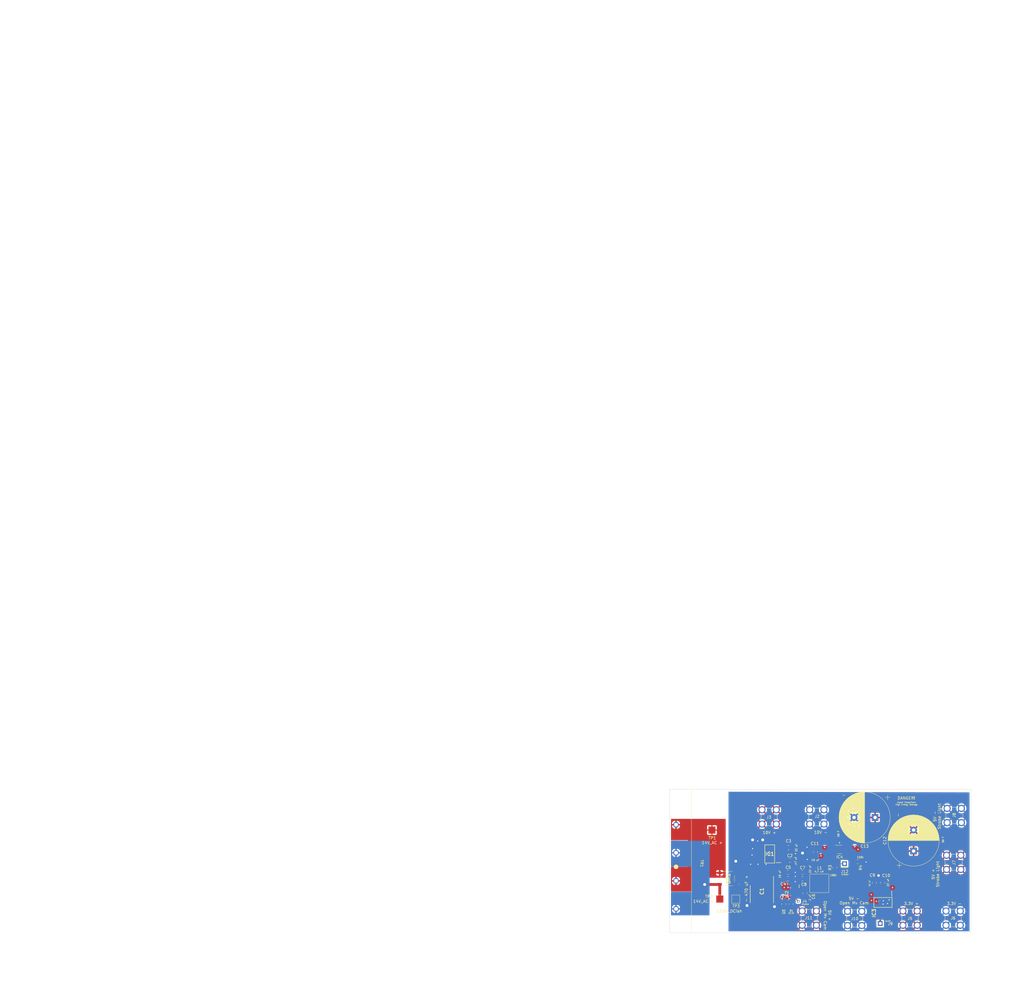
<source format=kicad_pcb>
(kicad_pcb (version 20211014) (generator pcbnew)
  (layers (0 "F.Cu" signal) (31 "B.Cu" signal) (34 "B.Paste" user) (35 "F.Paste" user) (36 "B.SilkS" user "B.Silkscreen") (37 "F.SilkS" user "F.Silkscreen") (38 "B.Mask" user) (39 "F.Mask" user) (44 "Edge.Cuts" user))
  (net 0 "")
  (net 1 "/12.5V_DCish")
  (net 2 "Net-(BR1-Pad2)")
  (net 3 "GND")
  (net 4 "Net-(C3-Pad2)")
  (net 5 "Net-(C6-Pad1)")
  (net 6 "Net-(C6-Pad2)")
  (net 7 "Net-(C11-Pad1)")
  (net 8 "/5V_DC")
  (net 9 "Net-(C12-Pad2)")
  (net 10 "Net-(IC2-Pad4)")
  (net 11 "Net-(IC2-Pad5)")
  (net 12 "/3.3V_DC")
  (net 13 "Net-(IC3-Pad4)")
  (net 14 "Net-(IC4-Pad3)")
  (net 16 "Net-(IC4-Pad5)")
  (net 17 "Net-(BR1-Pad3)")
  (footprint "TestPoint:TestPoint_Pad_2.5x2.5mm" (layer "F.Cu") (at 126.9 93.3)
    (fp_text reference "TP2" (at -3.9 -0.9) (layer "F.SilkS"))
    (fp_text value "TestPoint")
    (pad "1" smd rect (at 0 0) (size 2.5 2.5) (layers "F.Cu" "F.Mask") (net 2 "Net-(BR1-Pad2)"))
  )
  (footprint "Resistor_SMD:R_0805_2012Metric_Pad1.20x1.40mm_HandSolder" (layer "F.Cu") (at 152.3 95.1 90)
    (fp_text reference "R1" (at -2.4 0.1) (layer "F.SilkS") (effects (font (size 0.635 0.635) (thickness 0.127))))
    (fp_text value "52.3k")
    (pad "1" smd roundrect (at -1 0 90) (size 1.2 1.4) (layers "F.Cu" "F.Paste" "F.Mask") (roundrect_rratio 0.2083333333) (net 7 "Net-(C11-Pad1)"))
    (pad "2" smd roundrect (at 1 0 90) (size 1.2 1.4) (layers "F.Cu" "F.Paste" "F.Mask") (roundrect_rratio 0.2083333333) (net 10 "Net-(IC2-Pad4)"))
  )
  (footprint "SamacSys_Parts:SOT230P700X180-4N" (layer "F.Cu") (at 144.7 77.2 180)
    (fp_text reference "IC1" (at 0 0) (layer "F.SilkS") (effects (font (size 1.27 1.27) (thickness 0.254))))
    (fp_text value "LM2940IMPX-10_NOPB" hide)
    (pad "1" smd rect locked (at -3.15 -2.3 270) (size 0.95 1.75) (layers "F.Cu" "F.Paste" "F.Mask") (net 1 "/12.5V_DCish"))
    (pad "2" smd rect locked (at -3.15 0 270) (size 0.95 1.75) (layers "F.Cu" "F.Paste" "F.Mask") (net 3 "GND"))
    (pad "3" smd rect locked (at -3.15 2.3 270) (size 0.95 1.75) (layers "F.Cu" "F.Paste" "F.Mask") (net 4 "Net-(C3-Pad2)"))
    (pad "4" smd rect locked (at 3.15 0 180) (size 1.75 3.2) (layers "F.Cu" "F.Paste" "F.Mask") (net 3 "GND"))
  )
  (footprint "Power Supply Board:PA5432.153NLT" (layer "F.Cu") (at 162.4 87.675 180)
    (fp_text reference "L1" (at -0.1 5.475 unlocked) (layer "F.SilkS"))
    (fp_text value "4.7u")
    (pad "1" smd rect (at 0 -2.025 180) (size 5.6 1.55) (layers "F.Cu" "F.Paste" "F.Mask") (net 6 "Net-(C6-Pad2)"))
    (pad "2" smd rect (at 0 2.025 180) (size 5.6 1.55) (layers "F.Cu" "F.Paste" "F.Mask") (net 7 "Net-(C11-Pad1)"))
  )
  (footprint "Capacitor_SMD:C_0805_2012Metric_Pad1.18x1.45mm_HandSolder" (layer "F.Cu") (at 182 87.5 90)
    (fp_text reference "C9" (at 2.7 -0.7 180) (layer "F.SilkS"))
    (fp_text value "10u")
    (pad "1" smd roundrect (at -1.0375 0 90) (size 1.175 1.45) (layers "F.Cu" "F.Paste" "F.Mask") (roundrect_rratio 0.2127659574) (net 7 "Net-(C11-Pad1)"))
    (pad "2" smd roundrect (at 1.0375 0 90) (size 1.175 1.45) (layers "F.Cu" "F.Paste" "F.Mask") (roundrect_rratio 0.2127659574) (net 3 "GND"))
  )
  (footprint "Capacitor_SMD:C_0805_2012Metric_Pad1.18x1.45mm_HandSolder" (layer "F.Cu") (at 151.4 74.92 180)
    (fp_text reference "C3" (at 0 2.32) (layer "F.SilkS"))
    (fp_text value "22u")
    (pad "1" smd roundrect (at -1.0375 0 180) (size 1.175 1.45) (layers "F.Cu" "F.Paste" "F.Mask") (roundrect_rratio 0.2127659574) (net 3 "GND"))
    (pad "2" smd roundrect (at 1.0375 0 180) (size 1.175 1.45) (layers "F.Cu" "F.Paste" "F.Mask") (roundrect_rratio 0.2127659574) (net 4 "Net-(C3-Pad2)"))
  )
  (footprint "TestPoint:TestPoint_Pad_2.5x2.5mm" (layer "F.Cu") (at 124.1 68.7)
    (fp_text reference "TP1" (at 0.1 2.8) (layer "F.SilkS"))
    (fp_text value "TestPoint")
    (pad "1" smd rect (at 0 0) (size 2.5 2.5) (layers "F.Cu" "F.Mask") (net 17 "Net-(BR1-Pad3)"))
  )
  (footprint "Resistor_SMD:R_0805_2012Metric_Pad1.20x1.40mm_HandSolder" (layer "F.Cu") (at 176.1 80 180)
    (fp_text reference "R4" (at -1 -2.1 90) (layer "F.SilkS"))
    (fp_text value "133k")
    (pad "1" smd roundrect (at -1 0 180) (size 1.2 1.4) (layers "F.Cu" "F.Paste" "F.Mask") (roundrect_rratio 0.2083333333) (net 3 "GND"))
    (pad "2" smd roundrect (at 1 0 180) (size 1.2 1.4) (layers "F.Cu" "F.Paste" "F.Mask") (roundrect_rratio 0.2083333333) (net 16 "Net-(IC4-Pad5)"))
  )
  (footprint "Capacitor_SMD:C_0805_2012Metric_Pad1.18x1.45mm_HandSolder" (layer "F.Cu") (at 151.9 79.5)
    (fp_text reference "C2" (at 0 -1.68) (layer "F.SilkS"))
    (fp_text value ".47u")
    (pad "1" smd roundrect (at -1.0375 0) (size 1.175 1.45) (layers "F.Cu" "F.Paste" "F.Mask") (roundrect_rratio 0.2127659574) (net 1 "/12.5V_DCish"))
    (pad "2" smd roundrect (at 1.0375 0) (size 1.175 1.45) (layers "F.Cu" "F.Paste" "F.Mask") (roundrect_rratio 0.2127659574) (net 3 "GND"))
  )
  (footprint "Capacitor_SMD:C_0805_2012Metric_Pad1.18x1.45mm_HandSolder" (layer "F.Cu") (at 156.4 83.8)
    (fp_text reference "C7" (at 0 -1.68) (layer "F.SilkS"))
    (fp_text value "22u")
    (pad "1" smd roundrect (at -1.0375 0) (size 1.175 1.45) (layers "F.Cu" "F.Paste" "F.Mask") (roundrect_rratio 0.2127659574) (net 3 "GND"))
    (pad "2" smd roundrect (at 1.0375 0) (size 1.175 1.45) (layers "F.Cu" "F.Paste" "F.Mask") (roundrect_rratio 0.2127659574) (net 7 "Net-(C11-Pad1)"))
  )
  (footprint "Connector_PinHeader_2.54mm:PinHeader_1x01_P2.54mm_Vertical" (layer "F.Cu") (at 171.4 80.7)
    (fp_text reference "J12" (at 0 2.8) (layer "F.SilkS"))
    (fp_text value "Enable")
    (pad "1" thru_hole rect (at 0 0) (size 1.7 1.7) (drill 1) (layers *.Cu *.Mask) (net 14 "Net-(IC4-Pad3)"))
  )
  (footprint "Resistor_SMD:R_0805_2012Metric_Pad1.20x1.40mm_HandSolder" (layer "F.Cu") (at 149.7 95.1 -90)
    (fp_text reference "R2" (at 2.4 0 180) (layer "F.SilkS") (effects (font (size 0.635 0.635) (thickness 0.127))))
    (fp_text value "10k")
    (pad "1" smd roundrect (at -1 0 270) (size 1.2 1.4) (layers "F.Cu" "F.Paste" "F.Mask") (roundrect_rratio 0.2083333333) (net 10 "Net-(IC2-Pad4)"))
    (pad "2" smd roundrect (at 1 0 270) (size 1.2 1.4) (layers "F.Cu" "F.Paste" "F.Mask") (roundrect_rratio 0.2083333333) (net 3 "GND"))
  )
  (footprint "Capacitor_THT:CP_Radial_D18.0mm_P7.50mm" (layer "F.Cu") (at 182.27778 64.2 180)
    (fp_text reference "C13" (at 3.75 -10.25) (layer "F.SilkS"))
    (fp_text value "70")
    (pad "1" thru_hole rect (at 0 0 180) (size 2.4 2.4) (drill 1.2) (layers *.Cu *.Mask) (net 9 "Net-(C12-Pad2)"))
    (pad "2" thru_hole circle (at 7.5 0 180) (size 2.4 2.4) (drill 1.2) (layers *.Cu *.Mask) (net 3 "GND"))
  )
  (footprint "SamacSys_Parts:SOT230P700X180-4N" (layer "F.Cu") (at 185.1 94.5 -90)
    (fp_text reference "IC3" (at 3.8 3.2 90) (layer "F.SilkS") (effects (font (size 1.27 1.27) (thickness 0.254))))
    (fp_text value "AZ1117IH-3.3TRG1" hide)
    (pad "1" smd rect locked (at -3.1 -2.3) (size 0.9 1.85) (layers "F.Cu" "F.Paste" "F.Mask") (net 3 "GND"))
    (pad "2" smd rect locked (at -3.1 0) (size 0.9 1.85) (layers "F.Cu" "F.Paste" "F.Mask") (net 12 "/3.3V_DC"))
    (pad "3" smd rect locked (at -3.1 2.3) (size 0.9 1.85) (layers "F.Cu" "F.Paste" "F.Mask") (net 7 "Net-(C11-Pad1)"))
    (pad "4" smd rect locked (at 3.1 0 270) (size 1.85 3.2) (layers "F.Cu" "F.Paste" "F.Mask") (net 13 "Net-(IC3-Pad4)"))
  )
  (footprint "Capacitor_SMD:C_0805_2012Metric_Pad1.18x1.45mm_HandSolder" (layer "F.Cu") (at 156.4 86.1 180)
    (fp_text reference "C8" (at -0.5 -2) (layer "F.SilkS"))
    (fp_text value "22u")
    (pad "1" smd roundrect (at -1.0375 0 180) (size 1.175 1.45) (layers "F.Cu" "F.Paste" "F.Mask") (roundrect_rratio 0.2127659574) (net 7 "Net-(C11-Pad1)"))
    (pad "2" smd roundrect (at 1.0375 0 180) (size 1.175 1.45) (layers "F.Cu" "F.Paste" "F.Mask") (roundrect_rratio 0.2127659574) (net 3 "GND"))
  )
  (footprint "Capacitor_SMD:C_0805_2012Metric_Pad1.18x1.45mm_HandSolder" (layer "F.Cu") (at 151.2 83.8 180)
    (fp_text reference "C5" (at -0.1 1.8) (layer "F.SilkS"))
    (fp_text value "10u")
    (pad "1" smd roundrect (at -1.0375 0 180) (size 1.175 1.45) (layers "F.Cu" "F.Paste" "F.Mask") (roundrect_rratio 0.2127659574) (net 3 "GND"))
    (pad "2" smd roundrect (at 1.0375 0 180) (size 1.175 1.45) (layers "F.Cu" "F.Paste" "F.Mask") (roundrect_rratio 0.2127659574) (net 1 "/12.5V_DCish"))
  )
  (footprint "Resistor_SMD:R_0805_2012Metric_Pad1.20x1.40mm_HandSolder" (layer "F.Cu") (at 167.9 82.1 -90)
    (fp_text reference "R3" (at 0 1.7 90) (layer "F.SilkS"))
    (fp_text value "100k")
    (pad "1" smd roundrect (at -1 0 270) (size 1.2 1.4) (layers "F.Cu" "F.Paste" "F.Mask") (roundrect_rratio 0.2083333333) (net 14 "Net-(IC4-Pad3)"))
    (pad "2" smd roundrect (at 1 0 270) (size 1.2 1.4) (layers "F.Cu" "F.Paste" "F.Mask") (roundrect_rratio 0.2083333333) (net 7 "Net-(C11-Pad1)"))
  )
  (footprint "Power Supply Board:CALTEST_CT3151-2" (layer "F.Cu") (at 158.8 100.1)
    (fp_text reference "J11" (at -0.2 -0.1) (layer "F.SilkS"))
    (fp_text value "5+")
    (pad "1" thru_hole circle (at -2.54 -2.54) (size 2.55 2.55) (drill 1.7) (layers *.Cu *.Mask) (net 7 "Net-(C11-Pad1)"))
    (pad "2" thru_hole circle (at 2.54 -2.54) (size 2.55 2.55) (drill 1.7) (layers *.Cu *.Mask) (net 7 "Net-(C11-Pad1)"))
    (pad "3" thru_hole circle (at -2.54 2.54) (size 2.55 2.55) (drill 1.7) (layers *.Cu *.Mask) (net 7 "Net-(C11-Pad1)"))
    (pad "4" thru_hole circle (at 2.54 2.54) (size 2.55 2.55) (drill 1.7) (layers *.Cu *.Mask) (net 7 "Net-(C11-Pad1)"))
  )
  (footprint "Power Supply Board:CALTEST_CT3151-2" (layer "F.Cu") (at 161.5 64 180)
    (fp_text reference "J2" (at -0.1 0.19) (layer "F.SilkS"))
    (fp_text value "10-")
    (pad "1" thru_hole circle (at -2.54 -2.54 180) (size 2.55 2.55) (drill 1.7) (layers *.Cu *.Mask) (net 3 "GND"))
    (pad "2" thru_hole circle (at 2.54 -2.54 180) (size 2.55 2.55) (drill 1.7) (layers *.Cu *.Mask) (net 3 "GND"))
    (pad "3" thru_hole circle (at -2.54 2.54 180) (size 2.55 2.55) (drill 1.7) (layers *.Cu *.Mask) (net 3 "GND"))
    (pad "4" thru_hole circle (at 2.54 2.54 180) (size 2.55 2.55) (drill 1.7) (layers *.Cu *.Mask) (net 3 "GND"))
  )
  (footprint "Capacitor_SMD:C_0805_2012Metric_Pad1.18x1.45mm_HandSolder" (layer "F.Cu") (at 185 87.5 -90)
    (fp_text reference "C10" (at -2.6 -1.2 180) (layer "F.SilkS"))
    (fp_text value "22u")
    (pad "1" smd roundrect (at -1.0375 0 270) (size 1.175 1.45) (layers "F.Cu" "F.Paste" "F.Mask") (roundrect_rratio 0.2127659574) (net 3 "GND"))
    (pad "2" smd roundrect (at 1.0375 0 270) (size 1.175 1.45) (layers "F.Cu" "F.Paste" "F.Mask") (roundrect_rratio 0.2127659574) (net 12 "/3.3V_DC"))
  )
  (footprint "SamacSys_Parts:LMB12STP" (layer "F.Cu") (at 129.745 86 -90)
    (fp_text reference "BR1" (at 0 -0.245 90) (layer "F.SilkS") (effects (font (size 1.27 1.27) (thickness 0.254))))
    (fp_text value "LMB12S-TP" hide)
    (pad "1" smd rect locked (at 2.05 -2.86 270) (size 0.9 1.5) (layers "F.Cu" "F.Paste" "F.Mask") (net 1 "/12.5V_DCish"))
    (pad "2" smd rect locked (at 2.05 2.86 270) (size 0.9 1.5) (layers "F.Cu" "F.Paste" "F.Mask") (net 2 "Net-(BR1-Pad2)"))
    (pad "3" smd rect locked (at -2.05 2.86 270) (size 0.9 1.5) (layers "F.Cu" "F.Paste" "F.Mask") (net 17 "Net-(BR1-Pad3)"))
    (pad "4" smd rect locked (at -2.05 -2.86 270) (size 0.9 1.5) (layers "F.Cu" "F.Paste" "F.Mask") (net 3 "GND"))
  )
  (footprint "Connector_PinHeader_1.00mm:PinHeader_1x01_P1.00mm_Vertical" (layer "F.Cu") (at 154.9 94.1)
    (fp_text reference "J4" (at 2.2 0) (layer "F.SilkS"))
    (fp_text value "Enable")
    (pad "1" thru_hole rect (at 0 0) (size 0.85 0.85) (drill 0.5) (layers *.Cu *.Mask) (net 11 "Net-(IC2-Pad5)"))
  )
  (footprint "Power Supply Board:TSOT-23-6_HandSoldering" (layer "F.Cu") (at 169.6 75.6)
    (fp_text reference "IC4" (at 0 2.7) (layer "F.SilkS"))
    (fp_text value "MP62551")
    (pad "1" smd rect (at -1.71 -0.95) (size 2 0.65) (layers "F.Cu" "F.Paste" "F.Mask") (net 7 "Net-(C11-Pad1)"))
    (pad "2" smd rect (at -1.71 0) (size 2 0.65) (layers "F.Cu" "F.Paste" "F.Mask") (net 3 "GND"))
    (pad "3" smd rect (at -1.71 0.95) (size 2 0.65) (layers "F.Cu" "F.Paste" "F.Mask") (net 14 "Net-(IC4-Pad3)"))
    (pad "4" smd rect (at 1.71 0.95) (size 2 0.65) (layers "F.Cu" "F.Paste" "F.Mask"))
    (pad "5" smd rect (at 1.71 0) (size 2 0.65) (layers "F.Cu" "F.Paste" "F.Mask") (net 16 "Net-(IC4-Pad5)"))
    (pad "6" smd rect (at 1.71 -0.95) (size 2 0.65) (layers "F.Cu" "F.Paste" "F.Mask") (net 8 "/5V_DC"))
  )
  (footprint "Power Supply Board:CALTEST_CT3151-2" (layer "F.Cu") (at 210.3 80.2 90)
    (fp_text reference "J7" (at -0.1 0.1 90) (layer "F.SilkS"))
    (fp_text value "5+")
    (pad "1" thru_hole circle (at -2.54 -2.54 90) (size 2.55 2.55) (drill 1.7) (layers *.Cu *.Mask) (net 8 "/5V_DC"))
    (pad "2" thru_hole circle (at 2.54 -2.54 90) (size 2.55 2.55) (drill 1.7) (layers *.Cu *.Mask) (net 8 "/5V_DC"))
    (pad "3" thru_hole circle (at -2.54 2.54 90) (size 2.55 2.55) (drill 1.7) (layers *.Cu *.Mask) (net 8 "/5V_DC"))
    (pad "4" thru_hole circle (at 2.54 2.54 90) (size 2.55 2.55) (drill 1.7) (layers *.Cu *.Mask) (net 8 "/5V_DC"))
  )
  (footprint "Capacitor_SMD:C_0805_2012Metric_Pad1.18x1.45mm_HandSolder" (layer "F.Cu") (at 151.2 86.1 180)
    (fp_text reference "C4" (at 1.7 -1.8) (layer "F.SilkS"))
    (fp_text value "10u")
    (pad "1" smd roundrect (at -1.0375 0 180) (size 1.175 1.45) (layers "F.Cu" "F.Paste" "F.Mask") (roundrect_rratio 0.2127659574) (net 3 "GND"))
    (pad "2" smd roundrect (at 1.0375 0 180) (size 1.175 1.45) (layers "F.Cu" "F.Paste" "F.Mask") (roundrect_rratio 0.2127659574) (net 1 "/12.5V_DCish"))
  )
  (footprint "Power Supply Board:CALTEST_CT3151-2" (layer "F.Cu") (at 194.74 100.1)
    (fp_text reference "J5" (at -0.04 0.14) (layer "F.SilkS"))
    (fp_text value "3.3+")
    (pad "1" thru_hole circle (at -2.54 -2.54) (size 2.55 2.55) (drill 1.7) (layers *.Cu *.Mask) (net 12 "/3.3V_DC"))
    (pad "2" thru_hole circle (at 2.54 -2.54) (size 2.55 2.55) (drill 1.7) (layers *.Cu *.Mask) (net 12 "/3.3V_DC"))
    (pad "3" thru_hole circle (at -2.54 2.54) (size 2.55 2.55) (drill 1.7) (layers *.Cu *.Mask) (net 12 "/3.3V_DC"))
    (pad "4" thru_hole circle (at 2.54 2.54) (size 2.55 2.55) (drill 1.7) (layers *.Cu *.Mask) (net 12 "/3.3V_DC"))
  )
  (footprint "Power Supply Board:CALTEST_CT3151-2" (layer "F.Cu") (at 144.5 64 180)
    (fp_text reference "J3" (at 0.1 -0.1) (layer "F.SilkS"))
    (fp_text value "10+")
    (pad "1" thru_hole circle (at -2.54 -2.54 180) (size 2.55 2.55) (drill 1.7) (layers *.Cu *.Mask) (net 4 "Net-(C3-Pad2)"))
    (pad "2" thru_hole circle (at 2.54 -2.54 180) (size 2.55 2.55) (drill 1.7) (layers *.Cu *.Mask) (net 4 "Net-(C3-Pad2)"))
    (pad "3" thru_hole circle (at -2.54 2.54 180) (size 2.55 2.55) (drill 1.7) (layers *.Cu *.Mask) (net 4 "Net-(C3-Pad2)"))
    (pad "4" thru_hole circle (at 2.54 2.54 180) (size 2.55 2.55) (drill 1.7) (layers *.Cu *.Mask) (net 4 "Net-(C3-Pad2)"))
  )
  (footprint "SamacSys_Parts:SOT95P280X100-6N" (layer "F.Cu") (at 153.6 90.075 -90)
    (fp_text reference "IC2" (at 1.525 2.8 90) (layer "F.SilkS") (effects (font (size 1.016 1.016) (thickness 0.1905))))
    (fp_text value "AP62250WU-7" hide)
    (pad "1" smd rect (at -1.3 -0.95) (size 0.55 1.05) (layers "F.Cu" "F.Paste" "F.Mask") (net 3 "GND"))
    (pad "2" smd rect (at -1.3 0) (size 0.55 1.05) (layers "F.Cu" "F.Paste" "F.Mask") (net 6 "Net-(C6-Pad2)"))
    (pad "3" smd rect (at -1.3 0.95) (size 0.55 1.05) (layers "F.Cu" "F.Paste" "F.Mask") (net 1 "/12.5V_DCish"))
    (pad "4" smd rect (at 1.3 0.95) (size 0.55 1.05) (layers "F.Cu" "F.Paste" "F.Mask") (net 10 "Net-(IC2-Pad4)"))
    (pad "5" smd rect (at 1.3 0) (size 0.55 1.05) (layers "F.Cu" "F.Paste" "F.Mask") (net 11 "Net-(IC2-Pad5)"))
    (pad "6" smd rect (at 1.3 -0.95) (size 0.55 1.05) (layers "F.Cu" "F.Paste" "F.Mask") (net 5 "Net-(C6-Pad1)"))
  )
  (footprint "Capacitor_THT:CP_Radial_D18.0mm_P7.50mm" (layer "F.Cu") (at 196 76.17778 90)
    (fp_text reference "C12" (at 3.75 -10.25 90) (layer "F.SilkS"))
    (fp_text value "70")
    (pad "1" thru_hole rect (at 0 0 90) (size 2.4 2.4) (drill 1.2) (layers *.Cu *.Mask) (net 8 "/5V_DC"))
    (pad "2" thru_hole circle (at 7.5 0 90) (size 2.4 2.4) (drill 1.2) (layers *.Cu *.Mask) (net 9 "Net-(C12-Pad2)"))
  )
  (footprint "Capacitor_SMD:C_0805_2012Metric_Pad1.18x1.45mm_HandSolder" (layer "F.Cu") (at 157.3 91.2 90)
    (fp_text reference "C6" (at -1.2 3 90) (layer "F.SilkS"))
    (fp_text value ".1u")
    (pad "1" smd roundrect (at -1.0375 0 90) (size 1.175 1.45) (layers "F.Cu" "F.Paste" "F.Mask") (roundrect_rratio 0.2127659574) (net 5 "Net-(C6-Pad1)"))
    (pad "2" smd roundrect (at 1.0375 0 90) (size 1.175 1.45) (layers "F.Cu" "F.Paste" "F.Mask") (roundrect_rratio 0.2127659574) (net 6 "Net-(C6-Pad2)"))
  )
  (footprint "Power Supply Board:CALTEST_CT3151-2" (layer "F.Cu") (at 175 100.2)
    (fp_text reference "J10" (at 0 0.1) (layer "F.SilkS"))
    (fp_text value "5-")
    (pad "1" thru_hole circle (at -2.54 -2.54) (size 2.55 2.55) (drill 1.7) (layers *.Cu *.Mask) (net 3 "GND"))
    (pad "2" thru_hole circle (at 2.54 -2.54) (size 2.55 2.55) (drill 1.7) (layers *.Cu *.Mask) (net 3 "GND"))
    (pad "3" thru_hole circle (at -2.54 2.54) (size 2.55 2.55) (drill 1.7) (layers *.Cu *.Mask) (net 3 "GND"))
    (pad "4" thru_hole circle (at 2.54 2.54) (size 2.55 2.55) (drill 1.7) (layers *.Cu *.Mask) (net 3 "GND"))
  )
  (footprint "Power Supply Board:Transformer_20VAC" (layer "F.Cu") (at 92.8 81.8 -90)
    (fp_text reference "TR1" (at -1.2 -27.7 -90 unlocked) (layer "F.SilkS"))
    (fp_text value "Transformer")
    (pad "7" thru_hole roundrect (at -15 -18.5 270) (size 1.8 1.8) (drill 1.3) (layers *.Cu *.Mask) (net 17 "Net-(BR1-Pad3)"))
    (pad "9" thru_hole roundrect (at -5 -18.5 270) (size 1.8 1.8) (drill 1.3) (layers *.Cu *.Mask) (net 2 "Net-(BR1-Pad2)"))
    (pad "10" thru_hole roundrect (at 5 -18.5 270) (size 1.8 1.8) (drill 1.3) (layers *.Cu *.Mask) (net 17 "Net-(BR1-Pad3)"))
    (pad "12" thru_hole roundrect (at 15 -18.5 270) (size 1.8 1.8) (drill 1.3) (layers *.Cu *.Mask) (net 2 "Net-(BR1-Pad2)"))
  )
  (footprint "Connector_PinHeader_2.54mm:PinHeader_1x01_P2.54mm_Vertical" (layer "F.Cu") (at 184.1 102)
    (fp_text reference "J9" (at 3.6 0.1) (layer "F.SilkS"))
    (fp_text value "Vout?")
    (pad "1" thru_hole rect (at 0 0) (size 1.7 1.7) (drill 1) (layers *.Cu *.Mask) (net 13 "Net-(IC3-Pad4)"))
  )
  (footprint "TestPoint:TestPoint_Pad_2.5x2.5mm" (layer "F.Cu") (at 132.6 93.3)
    (fp_text reference "TP3" (at 0.1 2.5) (layer "F.SilkS"))
    (fp_text value "TestPoint")
    (pad "1" smd rect (at 0 0) (size 2.5 2.5) (layers "F.Cu" "F.Mask") (net 1 "/12.5V_DCish"))
  )
  (footprint "SamacSys_Parts:CAPAE830X1050N" (layer "F.Cu") (at 141.9 90.5 -90)
    (fp_text reference "C1" (at 0 0 90) (layer "F.SilkS") (effects (font (size 1.27 1.27) (thickness 0.254))))
    (fp_text value "470u" hide)
    (pad "1" smd rect locked (at -3.4 0) (size 2.1 3.85) (layers "F.Cu" "F.Paste" "F.Mask") (net 1 "/12.5V_DCish"))
    (pad "2" smd rect locked (at 3.4 0) (size 2.1 3.85) (layers "F.Cu" "F.Paste" "F.Mask") (net 3 "GND"))
  )
  (footprint "Power Supply Board:CALTEST_CT3151-2" (layer "F.Cu") (at 210.5 63.5 90)
    (fp_text reference "J8" (at 0.1 -0.01 90) (layer "F.SilkS"))
    (fp_text value "5-")
    (pad "1" thru_hole circle (at -2.54 -2.54 90) (size 2.55 2.55) (drill 1.7) (layers *.Cu *.Mask) (net 3 "GND"))
    (pad "2" thru_hole circle (at 2.54 -2.54 90) (size 2.55 2.55) (drill 1.7) (layers *.Cu *.Mask) (net 3 "GND"))
    (pad "3" thru_hole circle (at -2.54 2.54 90) (size 2.55 2.55) (drill 1.7) (layers *.Cu *.Mask) (net 3 "GND"))
    (pad "4" thru_hole circle (at 2.54 2.54 90) (size 2.55 2.55) (drill 1.7) (layers *.Cu *.Mask) (net 3 "GND"))
  )
  (footprint "Capacitor_SMD:C_0805_2012Metric_Pad1.18x1.45mm_HandSolder" (layer "F.Cu") (at 161 76.5 90)
    (fp_text reference "C11" (at 3 -0.2 180) (layer "F.SilkS"))
    (fp_text value "10u")
    (pad "1" smd roundrect (at -1.0375 0 90) (size 1.175 1.45) (layers "F.Cu" "F.Paste" "F.Mask") (roundrect_rratio 0.2127659574) (net 7 "Net-(C11-Pad1)"))
    (pad "2" smd roundrect (at 1.0375 0 90) (size 1.175 1.45) (layers "F.Cu" "F.Paste" "F.Mask") (roundrect_rratio 0.2127659574) (net 3 "GND"))
  )
  (footprint "Power Supply Board:CALTEST_CT3151-2" (layer "F.Cu") (at 210.1 100.1)
    (fp_text reference "J6" (at 0 0) (layer "F.SilkS"))
    (fp_text value "3.3-")
    (pad "1" thru_hole circle (at -2.54 -2.54) (size 2.55 2.55) (drill 1.7) (layers *.Cu *.Mask) (net 3 "GND"))
    (pad "2" thru_hole circle (at 2.54 -2.54) (size 2.55 2.55) (drill 1.7) (layers *.Cu *.Mask) (net 3 "GND"))
    (pad "3" thru_hole circle (at -2.54 2.54) (size 2.55 2.55) (drill 1.7) (layers *.Cu *.Mask) (net 3 "GND"))
    (pad "4" thru_hole circle (at 2.54 2.54) (size 2.55 2.55) (drill 1.7) (layers *.Cu *.Mask) (net 3 "GND"))
  )
  (gr_line (start 116.8 54.5) (end 116.8 104.8) (layer "F.SilkS") (width 0.12))
  (gr_rect (start 109 54.1) (end 216.45 105.3) (layer "Edge.Cuts") (width 0.1) (fill none))
  (gr_text "470 uF" (at 136.4 89.6 90) (layer "F.SilkS") (effects (font (size 1 1))))
  (gr_text "50 F" (at 206.5 72.1 90) (layer "F.SilkS") (effects (font (size 0.635 0.635) (thickness 0.127))))
  (gr_text "10 uF" (at 180.3 87.7 90) (layer "F.SilkS") (effects (font (size 0.508 0.508) (thickness 0.09525))))
  (gr_text "10 uF" (at 161 79.4) (layer "F.SilkS") (effects (font (size 0.635 0.635) (thickness 0.127))))
  (gr_text "5V -\nOpen Mv Cam" (at 174.8 93.9) (layer "F.SilkS") (effects (font (size 1 1))))
  (gr_text "50 F" (at 169.2 70 90) (layer "F.SilkS") (effects (font (size 0.635 0.635) (thickness 0.127))))
  (gr_text "5V -\nStrobe Light" (at 204.4 63.8 90) (layer "F.SilkS") (effects (font (size 1 1))))
  (gr_text "+" (at 136.5 85.5 180) (layer "F.SilkS") (effects (font (size 1 1))))
  (gr_text "4.7 uH" (at 162.3 83.5) (layer "F.SilkS") (effects (font (size 0.635 0.635) (thickness 0.127))))
  (gr_text "3.3V -" (at 210.5 94.9) (layer "F.SilkS") (effects (font (size 1 1))))
  (gr_text "enable" (at 171.5 84.5) (layer "F.SilkS") (effects (font (size 0.508 0.508) (thickness 0.09525))))
  (gr_text "-" (at 190.6 63.3 270) (layer "F.SilkS") (effects (font (size 1 1))))
  (gr_text "10V +" (at 144.6 69.6) (layer "F.SilkS") (effects (font (size 1 1))))
  (gr_text "10V -" (at 162.9 69.5) (layer "F.SilkS") (effects (font (size 1 1))))
  (gr_text "10k" (at 149.7 98.3) (layer "F.SilkS") (effects (font (size 0.508 0.508) (thickness 0.09525))))
  (gr_text "5V +\nStrobe Light" (at 203.8 84.4 90) (layer "F.SilkS") (effects (font (size 1 1))))
  (gr_text "-" (at 136.5 93.7 270) (layer "F.SilkS") (effects (font (size 1 1))))
  (gr_text "12.5V_DCish" (at 130.2 97.6) (layer "F.SilkS") (effects (font (size 1 1))))
  (gr_text ".1 uF" (at 159 92.8 90) (layer "F.SilkS") (effects (font (size 0.635 0.635) (thickness 0.127))))
  (gr_text "-" (at 171.1 56.3 180) (layer "F.SilkS") (effects (font (size 1 1))))
  (gr_text "100k" (at 167.4 84.8) (layer "F.SilkS") (effects (font (size 0.635 0.635) (thickness 0.127))))
  (gr_text "22 uF" (at 186.9 87.4 90) (layer "F.SilkS") (effects (font (size 0.635 0.635) (thickness 0.127))))
  (gr_text "Super Capacitors\nHigh Energy Storage" (at 193.5 59.2) (layer "F.SilkS") (effects (font (size 0.508 0.508) (thickness 0.09525))))
  (gr_text "10 uF" (at 148.3 84.4 90) (layer "F.SilkS") (effects (font (size 0.635 0.635) (thickness 0.127))))
  (gr_text "enable" (at 157.4 95.1) (layer "F.SilkS") (effects (font (size 0.508 0.508) (thickness 0.09525))))
  (gr_text "52.3k" (at 152.4 98.3) (layer "F.SilkS") (effects (font (size 0.508 0.508) (thickness 0.09525))))
  (gr_text "vout?" (at 186.8 101.1) (layer "F.SilkS") (effects (font (size 0.508 0.508) (thickness 0.09525))))
  (gr_text ".47 uF" (at 154 79.7 90) (layer "F.SilkS") (effects (font (size 0.635 0.635) (thickness 0.127))))
  (gr_text "5V +\nOpen Mv Cam" (at 165.3 99.1 270) (layer "F.SilkS") (effects (font (size 1 1))))
  (gr_text "22 uF" (at 159.1 82.6 90) (layer "F.SilkS") (effects (font (size 0.635 0.635) (thickness 0.127))))
  (gr_text "14V_AC +" (at 124.2 73.2) (layer "F.SilkS") (effects (font (size 1 1))))
  (gr_text "133k" (at 177 78.4) (layer "F.SilkS") (effects (font (size 0.635 0.635) (thickness 0.127))))
  (gr_text "22 uF" (at 154.2 75 90) (layer "F.SilkS") (effects (font (size 0.635 0.635) (thickness 0.127))))
  (gr_text "DANGER!" (at 193.4 57.3) (layer "F.SilkS") (effects (font (size 1 1))))
  (gr_text "3.3V +" (at 195.2 94.9) (layer "F.SilkS") (effects (font (size 1 1))))
  (gr_text "14V_AC -" (at 121.1 94.1) (layer "F.SilkS") (effects (font (size 1 1))))
  (segment (start 132.605 93.295) (end 132.6 93.3) (width 0.25) (layer "F.Cu") (net 1))
  (segment (start 132.605 88.05) (end 132.605 93.295) (width 1.016) (layer "F.Cu") (net 1))
  (via (at 149.9 89.2) (size 0.8) (drill 0.4) (layers "F.Cu" "B.Cu") (net 1))
  (via (at 150.2 88) (size 0.8) (drill 0.4) (layers "F.Cu" "B.Cu") (net 1))
  (via (at 151.2 89.1) (size 0.8) (drill 0.4) (layers "F.Cu" "B.Cu") (net 1))
  (segment (start 126.885 93.285) (end 126.9 93.3) (width 1.016) (layer "F.Cu") (net 2))
  (segment (start 126.835 88.1) (end 126.885 88.05) (width 1.016) (layer "F.Cu") (net 2))
  (segment (start 126.885 88.05) (end 126.885 93.285) (width 1.016) (layer "F.Cu") (net 2))
  (segment (start 121.5 88.1) (end 126.835 88.1) (width 1.016) (layer "F.Cu") (net 2))
  (via (at 121.5 88.1) (size 1.778) (drill 1.016) (layers "F.Cu" "B.Cu") (net 2))
  (segment (start 146.4 96) (end 149.6 96) (width 1.016) (layer "F.Cu") (net 3))
  (segment (start 179 80) (end 179.1 80.1) (width 0.25) (layer "F.Cu") (net 3))
  (segment (start 132.6 79.8) (end 132.6 83.945) (width 1.016) (layer "F.Cu") (net 3))
  (segment (start 161 75.4625) (end 161.0375 75.5) (width 0.635) (layer "F.Cu") (net 3))
  (segment (start 141.9 93.9) (end 144.3 93.9) (width 1.016) (layer "F.Cu") (net 3))
  (segment (start 141.9 93.9) (end 138.3 93.9) (width 1.016) (layer "F.Cu") (net 3))
  (segment (start 169.14 75.6) (end 169.6 75.14) (width 0.381) (layer "F.Cu") (net 3))
  (segment (start 177.1 80) (end 179 80) (width 0.25) (layer "F.Cu") (net 3))
  (segment (start 132.6 83.945) (end 132.605 83.95) (width 1.016) (layer "F.Cu") (net 3))
  (segment (start 138.3 93.9) (end 136.6 95.6) (width 1.016) (layer "F.Cu") (net 3))
  (segment (start 169.6 75.14) (end 169.6 73.2) (width 0.381) (layer "F.Cu") (net 3))
  (segment (start 144.3 93.9) (end 146.4 96) (width 1.016) (layer "F.Cu") (net 3))
  (segment (start 149.6 96) (end 149.7 96.1) (width 1.016) (layer "F.Cu") (net 3))
  (segment (start 167.89 75.6) (end 169.14 75.6) (width 0.381) (layer "F.Cu") (net 3))
  (via (at 158.1 79.2) (size 0.8) (drill 0.4) (layers "F.Cu" "B.Cu") (net 3))
  (via (at 153.8 87.1) (size 0.8) (drill 0.4) (layers "F.Cu" "B.Cu") (net 3))
  (via (at 185.2 93.9) (size 0.8) (drill 0.4) (layers "F.Cu" "B.Cu") (net 3))
  (via (at 158 74.8) (size 0.8) (drill 0.4) (layers "F.Cu" "B.Cu") (net 3))
  (via (at 156.4 76.9) (size 1.778) (drill 1.016) (layers "F.Cu" "B.Cu") (net 3))
  (via (at 132.6 79.8) (size 1.778) (drill 1.016) (layers "F.Cu" "B.Cu") (net 3))
  (via (at 137.9 80.9) (size 0.8) (drill 0.4) (layers "F.Cu" "B.Cu") (net 3))
  (via (at 173.1 66.6) (size 0.8) (drill 0.4) (layers "F.Cu" "B.Cu") (net 3))
  (via (at 142.2 72.2) (size 1.778) (drill 1.016) (layers "F.Cu" "B.Cu") (net 3))
  (via (at 185.1 95.1) (size 0.8) (drill 0.4) (layers "F.Cu" "B.Cu") (net 3))
  (via (at 153.8 85.2) (size 0.8) (drill 0.4) (layers "F.Cu" "B.Cu") (net 3))
  (via (at 138.6 75.3) (size 0.8) (drill 0.4) (layers "F.Cu" "B.Cu") (net 3))
  (via (at 179.1 80.1) (size 0.8) (drill 0.4) (layers "F.Cu" "B.Cu") (net 3))
  (via (at 143.4 80.9) (size 0.8) (drill 0.4) (layers "F.Cu" "B.Cu") (net 3))
  (via (at 153.8 83.8) (size 0.8) (drill 0.4) (layers "F.Cu" "B.Cu") (net 3))
  (via (at 176.9 64.3) (size 0.8) (drill 0.4) (layers "F.Cu" "B.Cu") (net 3))
  (via (at 146.4 96) (size 1.778) (drill 1.016) (layers "F.Cu" "B.Cu") (net 3))
  (via (at 174.5 60.9) (size 0.8) (drill 0.4) (layers "F.Cu" "B.Cu") (net 3))
  (via (at 187.3 93.6) (size 0.8) (drill 0.4) (layers "F.Cu" "B.Cu") (net 3))
  (via (at 144.7 77.1) (size 0.8) (drill 0.4) (layers "F.Cu" "B.Cu") (net 3))
  (via (at 138.6 72.2) (size 1.778) (drill 1.016) (layers "F.Cu" "B.Cu") (net 3))
  (via (at 138.4 77.6) (size 0.8) (drill 0.4) (layers "F.Cu" "B.Cu") (net 3))
  (via (at 176 62.1) (size 0.8) (drill 0.4) (layers "F.Cu" "B.Cu") (net 3))
  (via (at 153.9 77.1) (size 0.8) (drill 0.4) (layers "F.Cu" "B.Cu") (net 3))
  (via (at 140.5 80.9) (size 0.8) (drill 0.4) (layers "F.Cu" "B.Cu") (net 3))
  (via (at 176.5 67) (size 0.8) (drill 0.4) (layers "F.Cu" "B.Cu") (net 3))
  (via (at 140.4 72.6) (size 0.8) (drill 0.4) (layers "F.Cu" "B.Cu") (net 3))
  (via (at 183.5 84.9) (size 1.397) (drill 0.889) (layers "F.Cu" "B.Cu") (net 3))
  (via (at 172.8 61.9) (size 0.8) (drill 0.4) (layers "F.Cu" "B.Cu") (net 3))
  (via (at 136.6 95.6) (size 1.778) (drill 1.016) (layers "F.Cu" "B.Cu") (net 3))
  (via (at 169.6 73.2) (size 0.8) (drill 0.4) (layers "F.Cu" "B.Cu") (net 3))
  (via (at 172.5 64) (size 0.8) (drill 0.4) (layers "F.Cu" "B.Cu") (net 3))
  (via (at 186.7 94.9) (size 0.8) (drill 0.4) (layers "F.Cu" "B.Cu") (net 3))
  (via (at 174.8 67.2) (size 0.8) (drill 0.4) (layers "F.Cu" "B.Cu") (net 3))
  (segment (start 157.3 92.2375) (end 155.4125 92.2375) (width 0.635) (layer "F.Cu") (net 5))
  (segment (start 155.4125 92.2375) (end 154.55 91.375) (width 0.635) (layer "F.Cu") (net 5))
  (segment (start 154.1025 90.1625) (end 157.3 90.1625) (width 0.635) (layer "F.Cu") (net 6))
  (segment (start 153.6 89.66) (end 154.1025 90.1625) (width 0.635) (layer "F.Cu") (net 6))
  (segment (start 153.6 88.775) (end 153.6 89.66) (width 0.635) (layer "F.Cu") (net 6))
  (via (at 182.7 94.1) (size 0.8) (drill 0.4) (layers "F.Cu" "B.Cu") (net 7))
  (via (at 163 77.9) (size 0.8) (drill 0.4) (layers "F.Cu" "B.Cu") (net 7))
  (via (at 164.3 74.9) (size 0.8) (drill 0.4) (layers "F.Cu" "B.Cu") (net 7))
  (via (at 181 93.8) (size 0.8) (drill 0.4) (layers "F.Cu" "B.Cu") (net 7))
  (via (at 180.9 91.7) (size 0.8) (drill 0.4) (layers "F.Cu" "B.Cu") (net 7))
  (via (at 175 74.6) (size 0.8) (drill 0.4) (layers "F.Cu" "B.Cu") (net 8))
  (via (at 176.2 75.6) (size 0.8) (drill 0.4) (layers "F.Cu" "B.Cu") (net 8))
  (via (at 151.3 92.5) (size 0.8) (drill 0.4) (layers "F.Cu" "B.Cu") (net 10))
  (via (at 149.4 92.5) (size 0.8) (drill 0.4) (layers "F.Cu" "B.Cu") (net 10))
  (segment (start 154.9 94.1) (end 153.6 92.8) (width 0.381) (layer "F.Cu") (net 11))
  (segment (start 153.6 92.8) (end 153.6 91.375) (width 0.381) (layer "F.Cu") (net 11))
  (segment (start 185.1 88.6375) (end 185 88.5375) (width 1.016) (layer "F.Cu") (net 12))
  (via (at 188.5 89.2) (size 0.8) (drill 0.4) (layers "F.Cu" "B.Cu") (net 12))
  (segment (start 184.1 102) (end 184.1 98.6) (width 0.635) (layer "F.Cu") (net 13))
  (segment (start 184.1 98.6) (end 185.1 97.6) (width 0.635) (layer "F.Cu") (net 13))
  (segment (start 167.9 81.1) (end 167.89 81.09) (width 0.25) (layer "F.Cu") (net 14))
  (segment (start 168.3 80.7) (end 171.4 80.7) (width 0.25) (layer "F.Cu") (net 14))
  (segment (start 167.9 81.1) (end 168.3 80.7) (width 0.25) (layer "F.Cu") (net 14))
  (segment (start 167.89 81.09) (end 167.89 76.55) (width 0.25) (layer "F.Cu") (net 14))
  (segment (start 172.3 75.6) (end 171.31 75.6) (width 0.25) (layer "F.Cu") (net 16))
  (segment (start 175.1 78.4) (end 172.3 75.6) (width 0.25) (layer "F.Cu") (net 16))
  (segment (start 175.1 80) (end 175.1 78.4) (width 0.25) (layer "F.Cu") (net 16))
  (zone (net 3) (net_name "GND") (layer "F.Cu") (connect_pads (clearance 0.508)) (min_thickness 0.254) (fill yes (thermal_gap 0.508) (thermal_bridge_width 0.508))
    (polygon (pts (xy 161.4 75.9) (xy 159.3 75.9) (xy 159.3 80.5) (xy 152 80.5) (xy 152 73.4) (xy 161.4 73.4)))
  )
  (zone (net 9) (net_name "Net-(C12-Pad2)") (layer "F.Cu") (connect_pads (clearance 0.508)) (min_thickness 0.254) (fill yes (thermal_gap 0.508) (thermal_bridge_width 0.508))
    (polygon (pts (xy 199.1 72.2) (xy 193 72.2) (xy 193 67.1) (xy 179 67.1) (xy 179 60.9) (xy 199.1 60.9)))
  )
  (zone (net 3) (net_name "GND") (layer "F.Cu") (connect_pads (clearance 0.508)) (min_thickness 0.254) (fill yes (thermal_gap 0.508) (thermal_bridge_width 0.508))
    (polygon (pts (xy 155.8 89.5) (xy 154.1 89.5) (xy 154.1 87.7) (xy 151.7 87.7) (xy 151.7 82.6) (xy 155.8 82.6)))
  )
  (zone (net 8) (net_name "/5V_DC") (layer "F.Cu") (connect_pads (clearance 0.508)) (min_thickness 0.254) (fill yes (thermal_gap 0.508) (thermal_bridge_width 0.508))
    (polygon (pts (xy 215.1 85.3) (xy 192.299464 85.3004) (xy 192.302752 81.3) (xy 181.7 81.2) (xy 181.7 76.5) (xy 174.200088 76.500945) (xy 174.2 74.9) (xy 170.1 74.9) (xy 170.100262 74.199999) (xy 215.186896 74.081842)))
  )
  (zone (net 12) (net_name "/3.3V_DC") (layer "F.Cu") (connect_pads (clearance 0.508)) (min_thickness 0.254) (fill yes (thermal_gap 0.508) (thermal_bridge_width 0.508))
    (polygon (pts (xy 200.5 87.7) (xy 200.509772 104.665046) (xy 189.609772 104.765046) (xy 189.5 90.1) (xy 186.4 90.1) (xy 186.4 91.6) (xy 184.7 91.6) (xy 184.7 87.7)))
  )
  (zone (net 3) (net_name "GND") (layer "F.Cu") (connect_pads (clearance 0.508)) (min_thickness 0.254) (fill yes (thermal_gap 0.508) (thermal_bridge_width 0.508))
    (polygon (pts (xy 177.6 68.8) (xy 171.6 68.8) (xy 171.6 59.8) (xy 177.6 59.8)))
  )
  (zone (net 17) (net_name "Net-(BR1-Pad3)") (layer "F.Cu") (connect_pads (clearance 0.508)) (min_thickness 0.254) (fill yes (thermal_gap 0.508) (thermal_bridge_width 0.508))
    (polygon (pts (xy 129.000008 85.698) (xy 119.700008 85.698) (xy 119.700008 90.598) (xy 109.500008 90.598) (xy 109.500008 81.798) (xy 115.500008 81.798) (xy 115.500008 72.298) (xy 109.300008 72.298) (xy 109.300008 64.698) (xy 129.000008 64.698)))
  )
  (zone (net 10) (net_name "Net-(IC2-Pad4)") (layer "F.Cu") (connect_pads (clearance 0.508)) (min_thickness 0.254) (fill yes (thermal_gap 0.508) (thermal_bridge_width 0.508))
    (polygon (pts (xy 153.2 94.2) (xy 148.7 94.2) (xy 148.7 92.1) (xy 151 92.1) (xy 151 91.1) (xy 153.2 91.1)))
  )
  (zone (net 6) (net_name "Net-(C6-Pad2)") (layer "F.Cu") (connect_pads (clearance 0.508)) (min_thickness 0.254) (fill yes (thermal_gap 0.508) (thermal_bridge_width 0.508))
    (polygon (pts (xy 166.297626 91.389688) (xy 158.7 91.4) (xy 158.7 90.4) (xy 157 90.4) (xy 157 88) (xy 166.3 87.99972)))
  )
  (zone (net 3) (net_name "GND") (layer "F.Cu") (connect_pads (clearance 0.508)) (min_thickness 0.254) (fill yes (thermal_gap 0.508) (thermal_bridge_width 0.508))
    (polygon (pts (xy 188.1 96) (xy 184.4 96) (xy 184.4 93.1) (xy 186.6 93.1) (xy 186.6 91.6) (xy 188.1 91.6)))
  )
  (zone (net 7) (net_name "Net-(C11-Pad1)") (layer "F.Cu") (connect_pads (clearance 0.508)) (min_thickness 0.254) (fill yes (thermal_gap 0.508) (thermal_bridge_width 0.508))
    (polygon (pts (xy 178.2 87.8) (xy 183.5 87.8) (xy 183.5 95.4) (xy 169.071791 95.423354) (xy 168.971791 104.723354) (xy 151.9 104.7) (xy 151.9 95.3) (xy 159.9 95.3) (xy 159.9 92.3) (xy 166.9 92.3) (xy 167 87.4) (xy 156.4 87.4) (xy 156.4 82.6) (xy 162.3 82.6) (xy 162.3 78.9) (xy 160.8 78.9) (xy 160.8 77.3) (xy 162.3 77.3) (xy 163.2 77.3) (xy 163.2 74.3) (xy 169.1 74.3) (xy 169.1 74.9) (xy 165.5 74.9) (xy 165.5 77.3) (xy 165.5 82.6) (xy 178.2 82.6)))
  )
  (zone (net 4) (net_name "Net-(C3-Pad2)") (layer "F.Cu") (connect_pads (clearance 0.508)) (min_thickness 0.254) (fill yes (thermal_gap 0.508) (thermal_bridge_width 0.508))
    (polygon (pts (xy 151.1 75.4) (xy 147.1 75.4) (xy 147.1 73.9) (xy 145.8 73.9) (xy 145.8 68.9) (xy 139.1 68.9) (xy 139.1 58.3) (xy 151 58.3)))
  )
  (zone (net 3) (net_name "GND") (layer "F.Cu") (connect_pads (clearance 0.508)) (min_thickness 0.254) (fill yes (thermal_gap 0.508) (thermal_bridge_width 0.508))
    (polygon (pts (xy 185.2 84.1) (xy 185.2 86.7) (xy 181.8 86.7) (xy 181.8 84.1)))
  )
  (zone (net 1) (net_name "/12.5V_DCish") (layer "F.Cu") (connect_pads (clearance 0.508)) (min_thickness 0.254) (fill yes (thermal_gap 0.508) (thermal_bridge_width 0.508))
    (polygon (pts (xy 150.9 88.2) (xy 152.9 88.2) (xy 152.9 90.1) (xy 131 90.1) (xy 131 86.5) (xy 137.6 86.5) (xy 137.6 82.4) (xy 145.58923 82.393846) (xy 145.6 79.1) (xy 150.898408 79.1) (xy 150.9 82.4)))
  )
  (zone (net 3) (net_name "GND") (layer "F.Cu") (connect_pads (clearance 0.508)) (min_thickness 0.254) (fill yes (thermal_gap 0.508) (thermal_bridge_width 0.508))
    (polygon (pts (xy 144.6 76) (xy 149 76.1) (xy 149 78.1) (xy 144.6 78.1) (xy 144.6 81.6) (xy 136.407362 81.602685) (xy 136.4 70.702685) (xy 144.6 70.7)))
  )
  (zone (net 2) (net_name "Net-(BR1-Pad2)") (layer "B.Cu") (connect_pads (clearance 0.508)) (min_thickness 0.254) (fill yes (thermal_gap 0.508) (thermal_bridge_width 0.508))
    (polygon (pts (xy 123.331981 72.52692) (xy 123.219641 99.092312) (xy 109.499334 99.093608) (xy 109.500008 90.698) (xy 116.800008 90.698) (xy 116.800008 81.798) (xy 109.500008 81.798) (xy 109.511674 72.428216)))
  )
  (zone (net 3) (net_name "GND") (layer "B.Cu") (connect_pads (clearance 0.508)) (min_thickness 0.254) (fill yes (thermal_gap 0.508) (thermal_bridge_width 0.508))
    (polygon (pts (xy 216.635512 55.250154) (xy 216.399652 105.400462) (xy 129.999652 105.300462) (xy 130.01472 55.028818)))
  )
)
</source>
